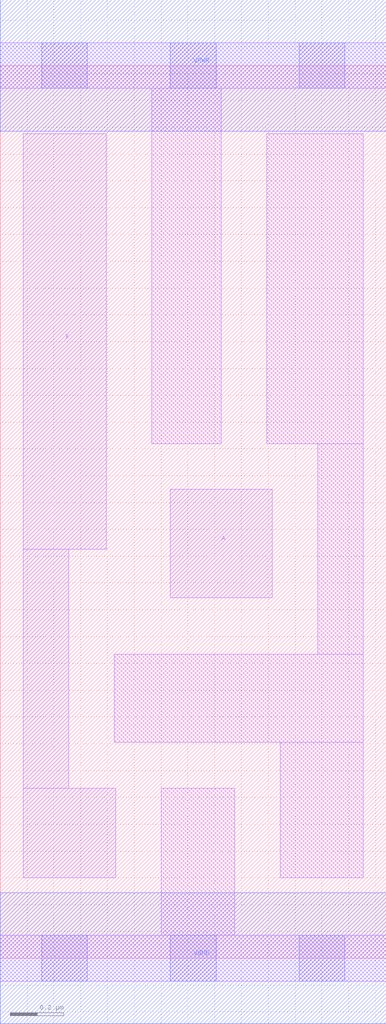
<source format=lef>
# Copyright 2020 The SkyWater PDK Authors
#
# Licensed under the Apache License, Version 2.0 (the "License");
# you may not use this file except in compliance with the License.
# You may obtain a copy of the License at
#
#     https://www.apache.org/licenses/LICENSE-2.0
#
# Unless required by applicable law or agreed to in writing, software
# distributed under the License is distributed on an "AS IS" BASIS,
# WITHOUT WARRANTIES OR CONDITIONS OF ANY KIND, either express or implied.
# See the License for the specific language governing permissions and
# limitations under the License.
#
# SPDX-License-Identifier: Apache-2.0

VERSION 5.7 ;
  NAMESCASESENSITIVE ON ;
  NOWIREEXTENSIONATPIN ON ;
  DIVIDERCHAR "/" ;
  BUSBITCHARS "[]" ;
UNITS
  DATABASE MICRONS 200 ;
END UNITS
MACRO sky130_fd_sc_lp__clkbuf_1
  CLASS CORE ;
  FOREIGN sky130_fd_sc_lp__clkbuf_1 ;
  ORIGIN  0.000000  0.000000 ;
  SIZE  1.440000 BY  3.330000 ;
  SYMMETRY X Y R90 ;
  SITE unit ;
  PIN A
    ANTENNAGATEAREA  0.252000 ;
    DIRECTION INPUT ;
    USE SIGNAL ;
    PORT
      LAYER li1 ;
        RECT 0.635000 1.345000 1.015000 1.750000 ;
    END
  END A
  PIN X
    ANTENNADIFFAREA  0.445200 ;
    DIRECTION OUTPUT ;
    USE SIGNAL ;
    PORT
      LAYER li1 ;
        RECT 0.085000 0.300000 0.430000 0.635000 ;
        RECT 0.085000 0.635000 0.255000 1.525000 ;
        RECT 0.085000 1.525000 0.395000 3.075000 ;
    END
  END X
  PIN VGND
    DIRECTION INOUT ;
    USE GROUND ;
    PORT
      LAYER met1 ;
        RECT 0.000000 -0.245000 1.440000 0.245000 ;
    END
  END VGND
  PIN VPWR
    DIRECTION INOUT ;
    USE POWER ;
    PORT
      LAYER met1 ;
        RECT 0.000000 3.085000 1.440000 3.575000 ;
    END
  END VPWR
  OBS
    LAYER li1 ;
      RECT 0.000000 -0.085000 1.440000 0.085000 ;
      RECT 0.000000  3.245000 1.440000 3.415000 ;
      RECT 0.425000  0.805000 1.355000 1.135000 ;
      RECT 0.565000  1.920000 0.825000 3.245000 ;
      RECT 0.600000  0.085000 0.875000 0.635000 ;
      RECT 0.995000  1.920000 1.355000 3.075000 ;
      RECT 1.045000  0.300000 1.355000 0.805000 ;
      RECT 1.185000  1.135000 1.355000 1.920000 ;
    LAYER mcon ;
      RECT 0.155000 -0.085000 0.325000 0.085000 ;
      RECT 0.155000  3.245000 0.325000 3.415000 ;
      RECT 0.635000 -0.085000 0.805000 0.085000 ;
      RECT 0.635000  3.245000 0.805000 3.415000 ;
      RECT 1.115000 -0.085000 1.285000 0.085000 ;
      RECT 1.115000  3.245000 1.285000 3.415000 ;
  END
END sky130_fd_sc_lp__clkbuf_1
END LIBRARY

</source>
